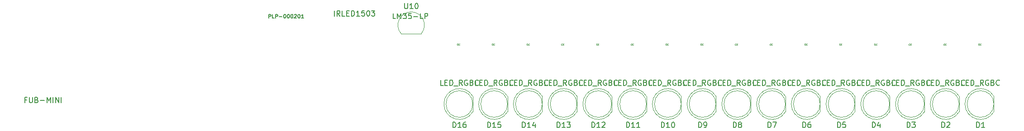
<source format=gbr>
G04 #@! TF.GenerationSoftware,KiCad,Pcbnew,(5.1.12)-1*
G04 #@! TF.CreationDate,2022-05-10T22:26:18-07:00*
G04 #@! TF.ProjectId,Spring2022,53707269-6e67-4323-9032-322e6b696361,rev?*
G04 #@! TF.SameCoordinates,PX3a2c940PY3fe56c0*
G04 #@! TF.FileFunction,AssemblyDrawing,Top*
%FSLAX46Y46*%
G04 Gerber Fmt 4.6, Leading zero omitted, Abs format (unit mm)*
G04 Created by KiCad (PCBNEW (5.1.12)-1) date 2022-05-10 22:26:18*
%MOMM*%
%LPD*%
G01*
G04 APERTURE LIST*
%ADD10C,0.100000*%
%ADD11C,0.150000*%
%ADD12C,0.125000*%
G04 APERTURE END LIST*
D10*
G04 #@! TO.C,U10*
X93016000Y32144000D02*
X96766000Y32144000D01*
X93013182Y32141615D02*
G75*
G02*
X94906000Y36224000I1892818J1602385D01*
G01*
X96807103Y32151453D02*
G75*
G03*
X94906000Y36224000I-1901103J1592547D01*
G01*
G04 #@! TO.C,D16*
X106425000Y18900000D02*
G75*
G03*
X106425000Y18900000I-2500000J0D01*
G01*
X106425000Y17430306D02*
X106425000Y20369694D01*
X106425016Y20369666D02*
G75*
G03*
X106425000Y17430306I-2500016J-1469666D01*
G01*
G04 #@! TO.C,D15*
X112925000Y18900000D02*
G75*
G03*
X112925000Y18900000I-2500000J0D01*
G01*
X112925000Y17430306D02*
X112925000Y20369694D01*
X112925016Y20369666D02*
G75*
G03*
X112925000Y17430306I-2500016J-1469666D01*
G01*
G04 #@! TO.C,D14*
X119425000Y18900000D02*
G75*
G03*
X119425000Y18900000I-2500000J0D01*
G01*
X119425000Y17430306D02*
X119425000Y20369694D01*
X119425016Y20369666D02*
G75*
G03*
X119425000Y17430306I-2500016J-1469666D01*
G01*
G04 #@! TO.C,D13*
X125925000Y18900000D02*
G75*
G03*
X125925000Y18900000I-2500000J0D01*
G01*
X125925000Y17430306D02*
X125925000Y20369694D01*
X125925016Y20369666D02*
G75*
G03*
X125925000Y17430306I-2500016J-1469666D01*
G01*
G04 #@! TO.C,D12*
X132425000Y18900000D02*
G75*
G03*
X132425000Y18900000I-2500000J0D01*
G01*
X132425000Y17430306D02*
X132425000Y20369694D01*
X132425016Y20369666D02*
G75*
G03*
X132425000Y17430306I-2500016J-1469666D01*
G01*
G04 #@! TO.C,D11*
X138925000Y18900000D02*
G75*
G03*
X138925000Y18900000I-2500000J0D01*
G01*
X138925000Y17430306D02*
X138925000Y20369694D01*
X138925016Y20369666D02*
G75*
G03*
X138925000Y17430306I-2500016J-1469666D01*
G01*
G04 #@! TO.C,D10*
X145425000Y18900000D02*
G75*
G03*
X145425000Y18900000I-2500000J0D01*
G01*
X145425000Y17430306D02*
X145425000Y20369694D01*
X145425016Y20369666D02*
G75*
G03*
X145425000Y17430306I-2500016J-1469666D01*
G01*
G04 #@! TO.C,D9*
X151925000Y18900000D02*
G75*
G03*
X151925000Y18900000I-2500000J0D01*
G01*
X151925000Y17430306D02*
X151925000Y20369694D01*
X151925016Y20369666D02*
G75*
G03*
X151925000Y17430306I-2500016J-1469666D01*
G01*
G04 #@! TO.C,D8*
X158425000Y18900000D02*
G75*
G03*
X158425000Y18900000I-2500000J0D01*
G01*
X158425000Y17430306D02*
X158425000Y20369694D01*
X158425016Y20369666D02*
G75*
G03*
X158425000Y17430306I-2500016J-1469666D01*
G01*
G04 #@! TO.C,D7*
X164925000Y18900000D02*
G75*
G03*
X164925000Y18900000I-2500000J0D01*
G01*
X164925000Y17430306D02*
X164925000Y20369694D01*
X164925016Y20369666D02*
G75*
G03*
X164925000Y17430306I-2500016J-1469666D01*
G01*
G04 #@! TO.C,D6*
X171425000Y18900000D02*
G75*
G03*
X171425000Y18900000I-2500000J0D01*
G01*
X171425000Y17430306D02*
X171425000Y20369694D01*
X171425016Y20369666D02*
G75*
G03*
X171425000Y17430306I-2500016J-1469666D01*
G01*
G04 #@! TO.C,D5*
X177925000Y18900000D02*
G75*
G03*
X177925000Y18900000I-2500000J0D01*
G01*
X177925000Y17430306D02*
X177925000Y20369694D01*
X177925016Y20369666D02*
G75*
G03*
X177925000Y17430306I-2500016J-1469666D01*
G01*
G04 #@! TO.C,D4*
X184425000Y18900000D02*
G75*
G03*
X184425000Y18900000I-2500000J0D01*
G01*
X184425000Y17430306D02*
X184425000Y20369694D01*
X184425016Y20369666D02*
G75*
G03*
X184425000Y17430306I-2500016J-1469666D01*
G01*
G04 #@! TO.C,D3*
X190925000Y18900000D02*
G75*
G03*
X190925000Y18900000I-2500000J0D01*
G01*
X190925000Y17430306D02*
X190925000Y20369694D01*
X190925016Y20369666D02*
G75*
G03*
X190925000Y17430306I-2500016J-1469666D01*
G01*
G04 #@! TO.C,D2*
X197425000Y18900000D02*
G75*
G03*
X197425000Y18900000I-2500000J0D01*
G01*
X197425000Y17430306D02*
X197425000Y20369694D01*
X197425016Y20369666D02*
G75*
G03*
X197425000Y17430306I-2500016J-1469666D01*
G01*
G04 #@! TO.C,D1*
X203925000Y18900000D02*
G75*
G03*
X203925000Y18900000I-2500000J0D01*
G01*
X203925000Y17430306D02*
X203925000Y20369694D01*
X203925016Y20369666D02*
G75*
G03*
X203925000Y17430306I-2500016J-1469666D01*
G01*
G04 #@! TD*
G04 #@! TO.C,U10*
D11*
X92007904Y34961620D02*
X91531714Y34961620D01*
X91531714Y35961620D01*
X92341238Y34961620D02*
X92341238Y35961620D01*
X92674571Y35247334D01*
X93007904Y35961620D01*
X93007904Y34961620D01*
X93388857Y35961620D02*
X94007904Y35961620D01*
X93674571Y35580667D01*
X93817428Y35580667D01*
X93912666Y35533048D01*
X93960285Y35485429D01*
X94007904Y35390191D01*
X94007904Y35152096D01*
X93960285Y35056858D01*
X93912666Y35009239D01*
X93817428Y34961620D01*
X93531714Y34961620D01*
X93436476Y35009239D01*
X93388857Y35056858D01*
X94912666Y35961620D02*
X94436476Y35961620D01*
X94388857Y35485429D01*
X94436476Y35533048D01*
X94531714Y35580667D01*
X94769809Y35580667D01*
X94865047Y35533048D01*
X94912666Y35485429D01*
X94960285Y35390191D01*
X94960285Y35152096D01*
X94912666Y35056858D01*
X94865047Y35009239D01*
X94769809Y34961620D01*
X94531714Y34961620D01*
X94436476Y35009239D01*
X94388857Y35056858D01*
X95388857Y35342572D02*
X96150761Y35342572D01*
X97103142Y34961620D02*
X96626952Y34961620D01*
X96626952Y35961620D01*
X97436476Y34961620D02*
X97436476Y35961620D01*
X97817428Y35961620D01*
X97912666Y35914000D01*
X97960285Y35866381D01*
X98007904Y35771143D01*
X98007904Y35628286D01*
X97960285Y35533048D01*
X97912666Y35485429D01*
X97817428Y35437810D01*
X97436476Y35437810D01*
X93664084Y37845080D02*
X93664084Y37035556D01*
X93711703Y36940318D01*
X93759322Y36892699D01*
X93854560Y36845080D01*
X94045037Y36845080D01*
X94140275Y36892699D01*
X94187894Y36940318D01*
X94235513Y37035556D01*
X94235513Y37845080D01*
X95235513Y36845080D02*
X94664084Y36845080D01*
X94949799Y36845080D02*
X94949799Y37845080D01*
X94854560Y37702222D01*
X94759322Y37606984D01*
X94664084Y37559365D01*
X95854560Y37845080D02*
X95949799Y37845080D01*
X96045037Y37797460D01*
X96092656Y37749841D01*
X96140275Y37654603D01*
X96187894Y37464127D01*
X96187894Y37226032D01*
X96140275Y37035556D01*
X96092656Y36940318D01*
X96045037Y36892699D01*
X95949799Y36845080D01*
X95854560Y36845080D01*
X95759322Y36892699D01*
X95711703Y36940318D01*
X95664084Y37035556D01*
X95616465Y37226032D01*
X95616465Y37464127D01*
X95664084Y37654603D01*
X95711703Y37749841D01*
X95759322Y37797460D01*
X95854560Y37845080D01*
G04 #@! TO.C,U8*
X68250000Y35069334D02*
X68250000Y35769334D01*
X68516666Y35769334D01*
X68583333Y35736000D01*
X68616666Y35702667D01*
X68650000Y35636000D01*
X68650000Y35536000D01*
X68616666Y35469334D01*
X68583333Y35436000D01*
X68516666Y35402667D01*
X68250000Y35402667D01*
X69283333Y35069334D02*
X68950000Y35069334D01*
X68950000Y35769334D01*
X69516666Y35069334D02*
X69516666Y35769334D01*
X69783333Y35769334D01*
X69850000Y35736000D01*
X69883333Y35702667D01*
X69916666Y35636000D01*
X69916666Y35536000D01*
X69883333Y35469334D01*
X69850000Y35436000D01*
X69783333Y35402667D01*
X69516666Y35402667D01*
X70216666Y35336000D02*
X70750000Y35336000D01*
X71216666Y35769334D02*
X71283333Y35769334D01*
X71350000Y35736000D01*
X71383333Y35702667D01*
X71416666Y35636000D01*
X71450000Y35502667D01*
X71450000Y35336000D01*
X71416666Y35202667D01*
X71383333Y35136000D01*
X71350000Y35102667D01*
X71283333Y35069334D01*
X71216666Y35069334D01*
X71150000Y35102667D01*
X71116666Y35136000D01*
X71083333Y35202667D01*
X71050000Y35336000D01*
X71050000Y35502667D01*
X71083333Y35636000D01*
X71116666Y35702667D01*
X71150000Y35736000D01*
X71216666Y35769334D01*
X71883333Y35769334D02*
X71950000Y35769334D01*
X72016666Y35736000D01*
X72050000Y35702667D01*
X72083333Y35636000D01*
X72116666Y35502667D01*
X72116666Y35336000D01*
X72083333Y35202667D01*
X72050000Y35136000D01*
X72016666Y35102667D01*
X71950000Y35069334D01*
X71883333Y35069334D01*
X71816666Y35102667D01*
X71783333Y35136000D01*
X71750000Y35202667D01*
X71716666Y35336000D01*
X71716666Y35502667D01*
X71750000Y35636000D01*
X71783333Y35702667D01*
X71816666Y35736000D01*
X71883333Y35769334D01*
X72550000Y35769334D02*
X72616666Y35769334D01*
X72683333Y35736000D01*
X72716666Y35702667D01*
X72750000Y35636000D01*
X72783333Y35502667D01*
X72783333Y35336000D01*
X72750000Y35202667D01*
X72716666Y35136000D01*
X72683333Y35102667D01*
X72616666Y35069334D01*
X72550000Y35069334D01*
X72483333Y35102667D01*
X72450000Y35136000D01*
X72416666Y35202667D01*
X72383333Y35336000D01*
X72383333Y35502667D01*
X72416666Y35636000D01*
X72450000Y35702667D01*
X72483333Y35736000D01*
X72550000Y35769334D01*
X73050000Y35702667D02*
X73083333Y35736000D01*
X73150000Y35769334D01*
X73316666Y35769334D01*
X73383333Y35736000D01*
X73416666Y35702667D01*
X73450000Y35636000D01*
X73450000Y35569334D01*
X73416666Y35469334D01*
X73016666Y35069334D01*
X73450000Y35069334D01*
X73883333Y35769334D02*
X73950000Y35769334D01*
X74016666Y35736000D01*
X74050000Y35702667D01*
X74083333Y35636000D01*
X74116666Y35502667D01*
X74116666Y35336000D01*
X74083333Y35202667D01*
X74050000Y35136000D01*
X74016666Y35102667D01*
X73950000Y35069334D01*
X73883333Y35069334D01*
X73816666Y35102667D01*
X73783333Y35136000D01*
X73750000Y35202667D01*
X73716666Y35336000D01*
X73716666Y35502667D01*
X73750000Y35636000D01*
X73783333Y35702667D01*
X73816666Y35736000D01*
X73883333Y35769334D01*
X74783333Y35069334D02*
X74383333Y35069334D01*
X74583333Y35069334D02*
X74583333Y35769334D01*
X74516666Y35669334D01*
X74450000Y35602667D01*
X74383333Y35569334D01*
G04 #@! TO.C,LED11*
X80538095Y35447620D02*
X80538095Y36447620D01*
X81585714Y35447620D02*
X81252380Y35923810D01*
X81014285Y35447620D02*
X81014285Y36447620D01*
X81395238Y36447620D01*
X81490476Y36400000D01*
X81538095Y36352381D01*
X81585714Y36257143D01*
X81585714Y36114286D01*
X81538095Y36019048D01*
X81490476Y35971429D01*
X81395238Y35923810D01*
X81014285Y35923810D01*
X82490476Y35447620D02*
X82014285Y35447620D01*
X82014285Y36447620D01*
X82823809Y35971429D02*
X83157142Y35971429D01*
X83300000Y35447620D02*
X82823809Y35447620D01*
X82823809Y36447620D01*
X83300000Y36447620D01*
X83728571Y35447620D02*
X83728571Y36447620D01*
X83966666Y36447620D01*
X84109523Y36400000D01*
X84204761Y36304762D01*
X84252380Y36209524D01*
X84300000Y36019048D01*
X84300000Y35876191D01*
X84252380Y35685715D01*
X84204761Y35590477D01*
X84109523Y35495239D01*
X83966666Y35447620D01*
X83728571Y35447620D01*
X85252380Y35447620D02*
X84680952Y35447620D01*
X84966666Y35447620D02*
X84966666Y36447620D01*
X84871428Y36304762D01*
X84776190Y36209524D01*
X84680952Y36161905D01*
X86157142Y36447620D02*
X85680952Y36447620D01*
X85633333Y35971429D01*
X85680952Y36019048D01*
X85776190Y36066667D01*
X86014285Y36066667D01*
X86109523Y36019048D01*
X86157142Y35971429D01*
X86204761Y35876191D01*
X86204761Y35638096D01*
X86157142Y35542858D01*
X86109523Y35495239D01*
X86014285Y35447620D01*
X85776190Y35447620D01*
X85680952Y35495239D01*
X85633333Y35542858D01*
X86823809Y36447620D02*
X86919047Y36447620D01*
X87014285Y36400000D01*
X87061904Y36352381D01*
X87109523Y36257143D01*
X87157142Y36066667D01*
X87157142Y35828572D01*
X87109523Y35638096D01*
X87061904Y35542858D01*
X87014285Y35495239D01*
X86919047Y35447620D01*
X86823809Y35447620D01*
X86728571Y35495239D01*
X86680952Y35542858D01*
X86633333Y35638096D01*
X86585714Y35828572D01*
X86585714Y36066667D01*
X86633333Y36257143D01*
X86680952Y36352381D01*
X86728571Y36400000D01*
X86823809Y36447620D01*
X87490476Y36447620D02*
X88109523Y36447620D01*
X87776190Y36066667D01*
X87919047Y36066667D01*
X88014285Y36019048D01*
X88061904Y35971429D01*
X88109523Y35876191D01*
X88109523Y35638096D01*
X88061904Y35542858D01*
X88014285Y35495239D01*
X87919047Y35447620D01*
X87633333Y35447620D01*
X87538095Y35495239D01*
X87490476Y35542858D01*
G04 #@! TO.C,R16*
D12*
X103985390Y30290762D02*
X103747295Y30124096D01*
X103985390Y30005048D02*
X103485390Y30005048D01*
X103485390Y30195524D01*
X103509200Y30243143D01*
X103533009Y30266953D01*
X103580628Y30290762D01*
X103652057Y30290762D01*
X103699676Y30266953D01*
X103723485Y30243143D01*
X103747295Y30195524D01*
X103747295Y30005048D01*
G04 #@! TO.C,R15*
X110513190Y30290762D02*
X110275095Y30124096D01*
X110513190Y30005048D02*
X110013190Y30005048D01*
X110013190Y30195524D01*
X110037000Y30243143D01*
X110060809Y30266953D01*
X110108428Y30290762D01*
X110179857Y30290762D01*
X110227476Y30266953D01*
X110251285Y30243143D01*
X110275095Y30195524D01*
X110275095Y30005048D01*
G04 #@! TO.C,R14*
X116990190Y30290762D02*
X116752095Y30124096D01*
X116990190Y30005048D02*
X116490190Y30005048D01*
X116490190Y30195524D01*
X116514000Y30243143D01*
X116537809Y30266953D01*
X116585428Y30290762D01*
X116656857Y30290762D01*
X116704476Y30266953D01*
X116728285Y30243143D01*
X116752095Y30195524D01*
X116752095Y30005048D01*
G04 #@! TO.C,R13*
X123492590Y30290762D02*
X123254495Y30124096D01*
X123492590Y30005048D02*
X122992590Y30005048D01*
X122992590Y30195524D01*
X123016400Y30243143D01*
X123040209Y30266953D01*
X123087828Y30290762D01*
X123159257Y30290762D01*
X123206876Y30266953D01*
X123230685Y30243143D01*
X123254495Y30195524D01*
X123254495Y30005048D01*
G04 #@! TO.C,R12*
X130020390Y30290762D02*
X129782295Y30124096D01*
X130020390Y30005048D02*
X129520390Y30005048D01*
X129520390Y30195524D01*
X129544200Y30243143D01*
X129568009Y30266953D01*
X129615628Y30290762D01*
X129687057Y30290762D01*
X129734676Y30266953D01*
X129758485Y30243143D01*
X129782295Y30195524D01*
X129782295Y30005048D01*
G04 #@! TO.C,R11*
X136522790Y30290762D02*
X136284695Y30124096D01*
X136522790Y30005048D02*
X136022790Y30005048D01*
X136022790Y30195524D01*
X136046600Y30243143D01*
X136070409Y30266953D01*
X136118028Y30290762D01*
X136189457Y30290762D01*
X136237076Y30266953D01*
X136260885Y30243143D01*
X136284695Y30195524D01*
X136284695Y30005048D01*
G04 #@! TO.C,R10*
X143025190Y30290762D02*
X142787095Y30124096D01*
X143025190Y30005048D02*
X142525190Y30005048D01*
X142525190Y30195524D01*
X142549000Y30243143D01*
X142572809Y30266953D01*
X142620428Y30290762D01*
X142691857Y30290762D01*
X142739476Y30266953D01*
X142763285Y30243143D01*
X142787095Y30195524D01*
X142787095Y30005048D01*
G04 #@! TO.C,R9*
X149527590Y30290762D02*
X149289495Y30124096D01*
X149527590Y30005048D02*
X149027590Y30005048D01*
X149027590Y30195524D01*
X149051400Y30243143D01*
X149075209Y30266953D01*
X149122828Y30290762D01*
X149194257Y30290762D01*
X149241876Y30266953D01*
X149265685Y30243143D01*
X149289495Y30195524D01*
X149289495Y30005048D01*
G04 #@! TO.C,R8*
X156004590Y30290762D02*
X155766495Y30124096D01*
X156004590Y30005048D02*
X155504590Y30005048D01*
X155504590Y30195524D01*
X155528400Y30243143D01*
X155552209Y30266953D01*
X155599828Y30290762D01*
X155671257Y30290762D01*
X155718876Y30266953D01*
X155742685Y30243143D01*
X155766495Y30195524D01*
X155766495Y30005048D01*
G04 #@! TO.C,R7*
X162506990Y30290762D02*
X162268895Y30124096D01*
X162506990Y30005048D02*
X162006990Y30005048D01*
X162006990Y30195524D01*
X162030800Y30243143D01*
X162054609Y30266953D01*
X162102228Y30290762D01*
X162173657Y30290762D01*
X162221276Y30266953D01*
X162245085Y30243143D01*
X162268895Y30195524D01*
X162268895Y30005048D01*
G04 #@! TO.C,R6*
X169009390Y30290762D02*
X168771295Y30124096D01*
X169009390Y30005048D02*
X168509390Y30005048D01*
X168509390Y30195524D01*
X168533200Y30243143D01*
X168557009Y30266953D01*
X168604628Y30290762D01*
X168676057Y30290762D01*
X168723676Y30266953D01*
X168747485Y30243143D01*
X168771295Y30195524D01*
X168771295Y30005048D01*
G04 #@! TO.C,R5*
X175486390Y30290762D02*
X175248295Y30124096D01*
X175486390Y30005048D02*
X174986390Y30005048D01*
X174986390Y30195524D01*
X175010200Y30243143D01*
X175034009Y30266953D01*
X175081628Y30290762D01*
X175153057Y30290762D01*
X175200676Y30266953D01*
X175224485Y30243143D01*
X175248295Y30195524D01*
X175248295Y30005048D01*
G04 #@! TO.C,R4*
X182014190Y30290762D02*
X181776095Y30124096D01*
X182014190Y30005048D02*
X181514190Y30005048D01*
X181514190Y30195524D01*
X181538000Y30243143D01*
X181561809Y30266953D01*
X181609428Y30290762D01*
X181680857Y30290762D01*
X181728476Y30266953D01*
X181752285Y30243143D01*
X181776095Y30195524D01*
X181776095Y30005048D01*
G04 #@! TO.C,R3*
X188516590Y30290762D02*
X188278495Y30124096D01*
X188516590Y30005048D02*
X188016590Y30005048D01*
X188016590Y30195524D01*
X188040400Y30243143D01*
X188064209Y30266953D01*
X188111828Y30290762D01*
X188183257Y30290762D01*
X188230876Y30266953D01*
X188254685Y30243143D01*
X188278495Y30195524D01*
X188278495Y30005048D01*
G04 #@! TO.C,R2*
X195018990Y30290762D02*
X194780895Y30124096D01*
X195018990Y30005048D02*
X194518990Y30005048D01*
X194518990Y30195524D01*
X194542800Y30243143D01*
X194566609Y30266953D01*
X194614228Y30290762D01*
X194685657Y30290762D01*
X194733276Y30266953D01*
X194757085Y30243143D01*
X194780895Y30195524D01*
X194780895Y30005048D01*
G04 #@! TO.C,R1*
X201521390Y30290762D02*
X201283295Y30124096D01*
X201521390Y30005048D02*
X201021390Y30005048D01*
X201021390Y30195524D01*
X201045200Y30243143D01*
X201069009Y30266953D01*
X201116628Y30290762D01*
X201188057Y30290762D01*
X201235676Y30266953D01*
X201259485Y30243143D01*
X201283295Y30195524D01*
X201283295Y30005048D01*
G04 #@! TO.C,U1*
D11*
X22940571Y19701429D02*
X22607238Y19701429D01*
X22607238Y19177620D02*
X22607238Y20177620D01*
X23083428Y20177620D01*
X23464380Y20177620D02*
X23464380Y19368096D01*
X23512000Y19272858D01*
X23559619Y19225239D01*
X23654857Y19177620D01*
X23845333Y19177620D01*
X23940571Y19225239D01*
X23988190Y19272858D01*
X24035809Y19368096D01*
X24035809Y20177620D01*
X24845333Y19701429D02*
X24988190Y19653810D01*
X25035809Y19606191D01*
X25083428Y19510953D01*
X25083428Y19368096D01*
X25035809Y19272858D01*
X24988190Y19225239D01*
X24892952Y19177620D01*
X24512000Y19177620D01*
X24512000Y20177620D01*
X24845333Y20177620D01*
X24940571Y20130000D01*
X24988190Y20082381D01*
X25035809Y19987143D01*
X25035809Y19891905D01*
X24988190Y19796667D01*
X24940571Y19749048D01*
X24845333Y19701429D01*
X24512000Y19701429D01*
X25512000Y19558572D02*
X26273904Y19558572D01*
X26750095Y19177620D02*
X26750095Y20177620D01*
X27083428Y19463334D01*
X27416761Y20177620D01*
X27416761Y19177620D01*
X27892952Y19177620D02*
X27892952Y20177620D01*
X28369142Y19177620D02*
X28369142Y20177620D01*
X28940571Y19177620D01*
X28940571Y20177620D01*
X29416761Y19177620D02*
X29416761Y20177620D01*
G04 #@! TO.C,D16*
X100901190Y22407620D02*
X100425000Y22407620D01*
X100425000Y23407620D01*
X101234523Y22931429D02*
X101567857Y22931429D01*
X101710714Y22407620D02*
X101234523Y22407620D01*
X101234523Y23407620D01*
X101710714Y23407620D01*
X102139285Y22407620D02*
X102139285Y23407620D01*
X102377380Y23407620D01*
X102520238Y23360000D01*
X102615476Y23264762D01*
X102663095Y23169524D01*
X102710714Y22979048D01*
X102710714Y22836191D01*
X102663095Y22645715D01*
X102615476Y22550477D01*
X102520238Y22455239D01*
X102377380Y22407620D01*
X102139285Y22407620D01*
X102901190Y22312381D02*
X103663095Y22312381D01*
X104472619Y22407620D02*
X104139285Y22883810D01*
X103901190Y22407620D02*
X103901190Y23407620D01*
X104282142Y23407620D01*
X104377380Y23360000D01*
X104425000Y23312381D01*
X104472619Y23217143D01*
X104472619Y23074286D01*
X104425000Y22979048D01*
X104377380Y22931429D01*
X104282142Y22883810D01*
X103901190Y22883810D01*
X105425000Y23360000D02*
X105329761Y23407620D01*
X105186904Y23407620D01*
X105044047Y23360000D01*
X104948809Y23264762D01*
X104901190Y23169524D01*
X104853571Y22979048D01*
X104853571Y22836191D01*
X104901190Y22645715D01*
X104948809Y22550477D01*
X105044047Y22455239D01*
X105186904Y22407620D01*
X105282142Y22407620D01*
X105425000Y22455239D01*
X105472619Y22502858D01*
X105472619Y22836191D01*
X105282142Y22836191D01*
X106234523Y22931429D02*
X106377380Y22883810D01*
X106425000Y22836191D01*
X106472619Y22740953D01*
X106472619Y22598096D01*
X106425000Y22502858D01*
X106377380Y22455239D01*
X106282142Y22407620D01*
X105901190Y22407620D01*
X105901190Y23407620D01*
X106234523Y23407620D01*
X106329761Y23360000D01*
X106377380Y23312381D01*
X106425000Y23217143D01*
X106425000Y23121905D01*
X106377380Y23026667D01*
X106329761Y22979048D01*
X106234523Y22931429D01*
X105901190Y22931429D01*
X107472619Y22502858D02*
X107425000Y22455239D01*
X107282142Y22407620D01*
X107186904Y22407620D01*
X107044047Y22455239D01*
X106948809Y22550477D01*
X106901190Y22645715D01*
X106853571Y22836191D01*
X106853571Y22979048D01*
X106901190Y23169524D01*
X106948809Y23264762D01*
X107044047Y23360000D01*
X107186904Y23407620D01*
X107282142Y23407620D01*
X107425000Y23360000D01*
X107472619Y23312381D01*
X102710714Y14487620D02*
X102710714Y15487620D01*
X102948809Y15487620D01*
X103091666Y15440000D01*
X103186904Y15344762D01*
X103234523Y15249524D01*
X103282142Y15059048D01*
X103282142Y14916191D01*
X103234523Y14725715D01*
X103186904Y14630477D01*
X103091666Y14535239D01*
X102948809Y14487620D01*
X102710714Y14487620D01*
X104234523Y14487620D02*
X103663095Y14487620D01*
X103948809Y14487620D02*
X103948809Y15487620D01*
X103853571Y15344762D01*
X103758333Y15249524D01*
X103663095Y15201905D01*
X105091666Y15487620D02*
X104901190Y15487620D01*
X104805952Y15440000D01*
X104758333Y15392381D01*
X104663095Y15249524D01*
X104615476Y15059048D01*
X104615476Y14678096D01*
X104663095Y14582858D01*
X104710714Y14535239D01*
X104805952Y14487620D01*
X104996428Y14487620D01*
X105091666Y14535239D01*
X105139285Y14582858D01*
X105186904Y14678096D01*
X105186904Y14916191D01*
X105139285Y15011429D01*
X105091666Y15059048D01*
X104996428Y15106667D01*
X104805952Y15106667D01*
X104710714Y15059048D01*
X104663095Y15011429D01*
X104615476Y14916191D01*
G04 #@! TO.C,D15*
X107401190Y22407620D02*
X106925000Y22407620D01*
X106925000Y23407620D01*
X107734523Y22931429D02*
X108067857Y22931429D01*
X108210714Y22407620D02*
X107734523Y22407620D01*
X107734523Y23407620D01*
X108210714Y23407620D01*
X108639285Y22407620D02*
X108639285Y23407620D01*
X108877380Y23407620D01*
X109020238Y23360000D01*
X109115476Y23264762D01*
X109163095Y23169524D01*
X109210714Y22979048D01*
X109210714Y22836191D01*
X109163095Y22645715D01*
X109115476Y22550477D01*
X109020238Y22455239D01*
X108877380Y22407620D01*
X108639285Y22407620D01*
X109401190Y22312381D02*
X110163095Y22312381D01*
X110972619Y22407620D02*
X110639285Y22883810D01*
X110401190Y22407620D02*
X110401190Y23407620D01*
X110782142Y23407620D01*
X110877380Y23360000D01*
X110925000Y23312381D01*
X110972619Y23217143D01*
X110972619Y23074286D01*
X110925000Y22979048D01*
X110877380Y22931429D01*
X110782142Y22883810D01*
X110401190Y22883810D01*
X111925000Y23360000D02*
X111829761Y23407620D01*
X111686904Y23407620D01*
X111544047Y23360000D01*
X111448809Y23264762D01*
X111401190Y23169524D01*
X111353571Y22979048D01*
X111353571Y22836191D01*
X111401190Y22645715D01*
X111448809Y22550477D01*
X111544047Y22455239D01*
X111686904Y22407620D01*
X111782142Y22407620D01*
X111925000Y22455239D01*
X111972619Y22502858D01*
X111972619Y22836191D01*
X111782142Y22836191D01*
X112734523Y22931429D02*
X112877380Y22883810D01*
X112925000Y22836191D01*
X112972619Y22740953D01*
X112972619Y22598096D01*
X112925000Y22502858D01*
X112877380Y22455239D01*
X112782142Y22407620D01*
X112401190Y22407620D01*
X112401190Y23407620D01*
X112734523Y23407620D01*
X112829761Y23360000D01*
X112877380Y23312381D01*
X112925000Y23217143D01*
X112925000Y23121905D01*
X112877380Y23026667D01*
X112829761Y22979048D01*
X112734523Y22931429D01*
X112401190Y22931429D01*
X113972619Y22502858D02*
X113925000Y22455239D01*
X113782142Y22407620D01*
X113686904Y22407620D01*
X113544047Y22455239D01*
X113448809Y22550477D01*
X113401190Y22645715D01*
X113353571Y22836191D01*
X113353571Y22979048D01*
X113401190Y23169524D01*
X113448809Y23264762D01*
X113544047Y23360000D01*
X113686904Y23407620D01*
X113782142Y23407620D01*
X113925000Y23360000D01*
X113972619Y23312381D01*
X109210714Y14487620D02*
X109210714Y15487620D01*
X109448809Y15487620D01*
X109591666Y15440000D01*
X109686904Y15344762D01*
X109734523Y15249524D01*
X109782142Y15059048D01*
X109782142Y14916191D01*
X109734523Y14725715D01*
X109686904Y14630477D01*
X109591666Y14535239D01*
X109448809Y14487620D01*
X109210714Y14487620D01*
X110734523Y14487620D02*
X110163095Y14487620D01*
X110448809Y14487620D02*
X110448809Y15487620D01*
X110353571Y15344762D01*
X110258333Y15249524D01*
X110163095Y15201905D01*
X111639285Y15487620D02*
X111163095Y15487620D01*
X111115476Y15011429D01*
X111163095Y15059048D01*
X111258333Y15106667D01*
X111496428Y15106667D01*
X111591666Y15059048D01*
X111639285Y15011429D01*
X111686904Y14916191D01*
X111686904Y14678096D01*
X111639285Y14582858D01*
X111591666Y14535239D01*
X111496428Y14487620D01*
X111258333Y14487620D01*
X111163095Y14535239D01*
X111115476Y14582858D01*
G04 #@! TO.C,D14*
X113901190Y22407620D02*
X113425000Y22407620D01*
X113425000Y23407620D01*
X114234523Y22931429D02*
X114567857Y22931429D01*
X114710714Y22407620D02*
X114234523Y22407620D01*
X114234523Y23407620D01*
X114710714Y23407620D01*
X115139285Y22407620D02*
X115139285Y23407620D01*
X115377380Y23407620D01*
X115520238Y23360000D01*
X115615476Y23264762D01*
X115663095Y23169524D01*
X115710714Y22979048D01*
X115710714Y22836191D01*
X115663095Y22645715D01*
X115615476Y22550477D01*
X115520238Y22455239D01*
X115377380Y22407620D01*
X115139285Y22407620D01*
X115901190Y22312381D02*
X116663095Y22312381D01*
X117472619Y22407620D02*
X117139285Y22883810D01*
X116901190Y22407620D02*
X116901190Y23407620D01*
X117282142Y23407620D01*
X117377380Y23360000D01*
X117425000Y23312381D01*
X117472619Y23217143D01*
X117472619Y23074286D01*
X117425000Y22979048D01*
X117377380Y22931429D01*
X117282142Y22883810D01*
X116901190Y22883810D01*
X118425000Y23360000D02*
X118329761Y23407620D01*
X118186904Y23407620D01*
X118044047Y23360000D01*
X117948809Y23264762D01*
X117901190Y23169524D01*
X117853571Y22979048D01*
X117853571Y22836191D01*
X117901190Y22645715D01*
X117948809Y22550477D01*
X118044047Y22455239D01*
X118186904Y22407620D01*
X118282142Y22407620D01*
X118425000Y22455239D01*
X118472619Y22502858D01*
X118472619Y22836191D01*
X118282142Y22836191D01*
X119234523Y22931429D02*
X119377380Y22883810D01*
X119425000Y22836191D01*
X119472619Y22740953D01*
X119472619Y22598096D01*
X119425000Y22502858D01*
X119377380Y22455239D01*
X119282142Y22407620D01*
X118901190Y22407620D01*
X118901190Y23407620D01*
X119234523Y23407620D01*
X119329761Y23360000D01*
X119377380Y23312381D01*
X119425000Y23217143D01*
X119425000Y23121905D01*
X119377380Y23026667D01*
X119329761Y22979048D01*
X119234523Y22931429D01*
X118901190Y22931429D01*
X120472619Y22502858D02*
X120425000Y22455239D01*
X120282142Y22407620D01*
X120186904Y22407620D01*
X120044047Y22455239D01*
X119948809Y22550477D01*
X119901190Y22645715D01*
X119853571Y22836191D01*
X119853571Y22979048D01*
X119901190Y23169524D01*
X119948809Y23264762D01*
X120044047Y23360000D01*
X120186904Y23407620D01*
X120282142Y23407620D01*
X120425000Y23360000D01*
X120472619Y23312381D01*
X115710714Y14487620D02*
X115710714Y15487620D01*
X115948809Y15487620D01*
X116091666Y15440000D01*
X116186904Y15344762D01*
X116234523Y15249524D01*
X116282142Y15059048D01*
X116282142Y14916191D01*
X116234523Y14725715D01*
X116186904Y14630477D01*
X116091666Y14535239D01*
X115948809Y14487620D01*
X115710714Y14487620D01*
X117234523Y14487620D02*
X116663095Y14487620D01*
X116948809Y14487620D02*
X116948809Y15487620D01*
X116853571Y15344762D01*
X116758333Y15249524D01*
X116663095Y15201905D01*
X118091666Y15154286D02*
X118091666Y14487620D01*
X117853571Y15535239D02*
X117615476Y14820953D01*
X118234523Y14820953D01*
G04 #@! TO.C,D13*
X120401190Y22407620D02*
X119925000Y22407620D01*
X119925000Y23407620D01*
X120734523Y22931429D02*
X121067857Y22931429D01*
X121210714Y22407620D02*
X120734523Y22407620D01*
X120734523Y23407620D01*
X121210714Y23407620D01*
X121639285Y22407620D02*
X121639285Y23407620D01*
X121877380Y23407620D01*
X122020238Y23360000D01*
X122115476Y23264762D01*
X122163095Y23169524D01*
X122210714Y22979048D01*
X122210714Y22836191D01*
X122163095Y22645715D01*
X122115476Y22550477D01*
X122020238Y22455239D01*
X121877380Y22407620D01*
X121639285Y22407620D01*
X122401190Y22312381D02*
X123163095Y22312381D01*
X123972619Y22407620D02*
X123639285Y22883810D01*
X123401190Y22407620D02*
X123401190Y23407620D01*
X123782142Y23407620D01*
X123877380Y23360000D01*
X123925000Y23312381D01*
X123972619Y23217143D01*
X123972619Y23074286D01*
X123925000Y22979048D01*
X123877380Y22931429D01*
X123782142Y22883810D01*
X123401190Y22883810D01*
X124925000Y23360000D02*
X124829761Y23407620D01*
X124686904Y23407620D01*
X124544047Y23360000D01*
X124448809Y23264762D01*
X124401190Y23169524D01*
X124353571Y22979048D01*
X124353571Y22836191D01*
X124401190Y22645715D01*
X124448809Y22550477D01*
X124544047Y22455239D01*
X124686904Y22407620D01*
X124782142Y22407620D01*
X124925000Y22455239D01*
X124972619Y22502858D01*
X124972619Y22836191D01*
X124782142Y22836191D01*
X125734523Y22931429D02*
X125877380Y22883810D01*
X125925000Y22836191D01*
X125972619Y22740953D01*
X125972619Y22598096D01*
X125925000Y22502858D01*
X125877380Y22455239D01*
X125782142Y22407620D01*
X125401190Y22407620D01*
X125401190Y23407620D01*
X125734523Y23407620D01*
X125829761Y23360000D01*
X125877380Y23312381D01*
X125925000Y23217143D01*
X125925000Y23121905D01*
X125877380Y23026667D01*
X125829761Y22979048D01*
X125734523Y22931429D01*
X125401190Y22931429D01*
X126972619Y22502858D02*
X126925000Y22455239D01*
X126782142Y22407620D01*
X126686904Y22407620D01*
X126544047Y22455239D01*
X126448809Y22550477D01*
X126401190Y22645715D01*
X126353571Y22836191D01*
X126353571Y22979048D01*
X126401190Y23169524D01*
X126448809Y23264762D01*
X126544047Y23360000D01*
X126686904Y23407620D01*
X126782142Y23407620D01*
X126925000Y23360000D01*
X126972619Y23312381D01*
X122210714Y14487620D02*
X122210714Y15487620D01*
X122448809Y15487620D01*
X122591666Y15440000D01*
X122686904Y15344762D01*
X122734523Y15249524D01*
X122782142Y15059048D01*
X122782142Y14916191D01*
X122734523Y14725715D01*
X122686904Y14630477D01*
X122591666Y14535239D01*
X122448809Y14487620D01*
X122210714Y14487620D01*
X123734523Y14487620D02*
X123163095Y14487620D01*
X123448809Y14487620D02*
X123448809Y15487620D01*
X123353571Y15344762D01*
X123258333Y15249524D01*
X123163095Y15201905D01*
X124067857Y15487620D02*
X124686904Y15487620D01*
X124353571Y15106667D01*
X124496428Y15106667D01*
X124591666Y15059048D01*
X124639285Y15011429D01*
X124686904Y14916191D01*
X124686904Y14678096D01*
X124639285Y14582858D01*
X124591666Y14535239D01*
X124496428Y14487620D01*
X124210714Y14487620D01*
X124115476Y14535239D01*
X124067857Y14582858D01*
G04 #@! TO.C,D12*
X126901190Y22407620D02*
X126425000Y22407620D01*
X126425000Y23407620D01*
X127234523Y22931429D02*
X127567857Y22931429D01*
X127710714Y22407620D02*
X127234523Y22407620D01*
X127234523Y23407620D01*
X127710714Y23407620D01*
X128139285Y22407620D02*
X128139285Y23407620D01*
X128377380Y23407620D01*
X128520238Y23360000D01*
X128615476Y23264762D01*
X128663095Y23169524D01*
X128710714Y22979048D01*
X128710714Y22836191D01*
X128663095Y22645715D01*
X128615476Y22550477D01*
X128520238Y22455239D01*
X128377380Y22407620D01*
X128139285Y22407620D01*
X128901190Y22312381D02*
X129663095Y22312381D01*
X130472619Y22407620D02*
X130139285Y22883810D01*
X129901190Y22407620D02*
X129901190Y23407620D01*
X130282142Y23407620D01*
X130377380Y23360000D01*
X130425000Y23312381D01*
X130472619Y23217143D01*
X130472619Y23074286D01*
X130425000Y22979048D01*
X130377380Y22931429D01*
X130282142Y22883810D01*
X129901190Y22883810D01*
X131425000Y23360000D02*
X131329761Y23407620D01*
X131186904Y23407620D01*
X131044047Y23360000D01*
X130948809Y23264762D01*
X130901190Y23169524D01*
X130853571Y22979048D01*
X130853571Y22836191D01*
X130901190Y22645715D01*
X130948809Y22550477D01*
X131044047Y22455239D01*
X131186904Y22407620D01*
X131282142Y22407620D01*
X131425000Y22455239D01*
X131472619Y22502858D01*
X131472619Y22836191D01*
X131282142Y22836191D01*
X132234523Y22931429D02*
X132377380Y22883810D01*
X132425000Y22836191D01*
X132472619Y22740953D01*
X132472619Y22598096D01*
X132425000Y22502858D01*
X132377380Y22455239D01*
X132282142Y22407620D01*
X131901190Y22407620D01*
X131901190Y23407620D01*
X132234523Y23407620D01*
X132329761Y23360000D01*
X132377380Y23312381D01*
X132425000Y23217143D01*
X132425000Y23121905D01*
X132377380Y23026667D01*
X132329761Y22979048D01*
X132234523Y22931429D01*
X131901190Y22931429D01*
X133472619Y22502858D02*
X133425000Y22455239D01*
X133282142Y22407620D01*
X133186904Y22407620D01*
X133044047Y22455239D01*
X132948809Y22550477D01*
X132901190Y22645715D01*
X132853571Y22836191D01*
X132853571Y22979048D01*
X132901190Y23169524D01*
X132948809Y23264762D01*
X133044047Y23360000D01*
X133186904Y23407620D01*
X133282142Y23407620D01*
X133425000Y23360000D01*
X133472619Y23312381D01*
X128710714Y14487620D02*
X128710714Y15487620D01*
X128948809Y15487620D01*
X129091666Y15440000D01*
X129186904Y15344762D01*
X129234523Y15249524D01*
X129282142Y15059048D01*
X129282142Y14916191D01*
X129234523Y14725715D01*
X129186904Y14630477D01*
X129091666Y14535239D01*
X128948809Y14487620D01*
X128710714Y14487620D01*
X130234523Y14487620D02*
X129663095Y14487620D01*
X129948809Y14487620D02*
X129948809Y15487620D01*
X129853571Y15344762D01*
X129758333Y15249524D01*
X129663095Y15201905D01*
X130615476Y15392381D02*
X130663095Y15440000D01*
X130758333Y15487620D01*
X130996428Y15487620D01*
X131091666Y15440000D01*
X131139285Y15392381D01*
X131186904Y15297143D01*
X131186904Y15201905D01*
X131139285Y15059048D01*
X130567857Y14487620D01*
X131186904Y14487620D01*
G04 #@! TO.C,D11*
X133401190Y22407620D02*
X132925000Y22407620D01*
X132925000Y23407620D01*
X133734523Y22931429D02*
X134067857Y22931429D01*
X134210714Y22407620D02*
X133734523Y22407620D01*
X133734523Y23407620D01*
X134210714Y23407620D01*
X134639285Y22407620D02*
X134639285Y23407620D01*
X134877380Y23407620D01*
X135020238Y23360000D01*
X135115476Y23264762D01*
X135163095Y23169524D01*
X135210714Y22979048D01*
X135210714Y22836191D01*
X135163095Y22645715D01*
X135115476Y22550477D01*
X135020238Y22455239D01*
X134877380Y22407620D01*
X134639285Y22407620D01*
X135401190Y22312381D02*
X136163095Y22312381D01*
X136972619Y22407620D02*
X136639285Y22883810D01*
X136401190Y22407620D02*
X136401190Y23407620D01*
X136782142Y23407620D01*
X136877380Y23360000D01*
X136925000Y23312381D01*
X136972619Y23217143D01*
X136972619Y23074286D01*
X136925000Y22979048D01*
X136877380Y22931429D01*
X136782142Y22883810D01*
X136401190Y22883810D01*
X137925000Y23360000D02*
X137829761Y23407620D01*
X137686904Y23407620D01*
X137544047Y23360000D01*
X137448809Y23264762D01*
X137401190Y23169524D01*
X137353571Y22979048D01*
X137353571Y22836191D01*
X137401190Y22645715D01*
X137448809Y22550477D01*
X137544047Y22455239D01*
X137686904Y22407620D01*
X137782142Y22407620D01*
X137925000Y22455239D01*
X137972619Y22502858D01*
X137972619Y22836191D01*
X137782142Y22836191D01*
X138734523Y22931429D02*
X138877380Y22883810D01*
X138925000Y22836191D01*
X138972619Y22740953D01*
X138972619Y22598096D01*
X138925000Y22502858D01*
X138877380Y22455239D01*
X138782142Y22407620D01*
X138401190Y22407620D01*
X138401190Y23407620D01*
X138734523Y23407620D01*
X138829761Y23360000D01*
X138877380Y23312381D01*
X138925000Y23217143D01*
X138925000Y23121905D01*
X138877380Y23026667D01*
X138829761Y22979048D01*
X138734523Y22931429D01*
X138401190Y22931429D01*
X139972619Y22502858D02*
X139925000Y22455239D01*
X139782142Y22407620D01*
X139686904Y22407620D01*
X139544047Y22455239D01*
X139448809Y22550477D01*
X139401190Y22645715D01*
X139353571Y22836191D01*
X139353571Y22979048D01*
X139401190Y23169524D01*
X139448809Y23264762D01*
X139544047Y23360000D01*
X139686904Y23407620D01*
X139782142Y23407620D01*
X139925000Y23360000D01*
X139972619Y23312381D01*
X135210714Y14487620D02*
X135210714Y15487620D01*
X135448809Y15487620D01*
X135591666Y15440000D01*
X135686904Y15344762D01*
X135734523Y15249524D01*
X135782142Y15059048D01*
X135782142Y14916191D01*
X135734523Y14725715D01*
X135686904Y14630477D01*
X135591666Y14535239D01*
X135448809Y14487620D01*
X135210714Y14487620D01*
X136734523Y14487620D02*
X136163095Y14487620D01*
X136448809Y14487620D02*
X136448809Y15487620D01*
X136353571Y15344762D01*
X136258333Y15249524D01*
X136163095Y15201905D01*
X137686904Y14487620D02*
X137115476Y14487620D01*
X137401190Y14487620D02*
X137401190Y15487620D01*
X137305952Y15344762D01*
X137210714Y15249524D01*
X137115476Y15201905D01*
G04 #@! TO.C,D10*
X139901190Y22407620D02*
X139425000Y22407620D01*
X139425000Y23407620D01*
X140234523Y22931429D02*
X140567857Y22931429D01*
X140710714Y22407620D02*
X140234523Y22407620D01*
X140234523Y23407620D01*
X140710714Y23407620D01*
X141139285Y22407620D02*
X141139285Y23407620D01*
X141377380Y23407620D01*
X141520238Y23360000D01*
X141615476Y23264762D01*
X141663095Y23169524D01*
X141710714Y22979048D01*
X141710714Y22836191D01*
X141663095Y22645715D01*
X141615476Y22550477D01*
X141520238Y22455239D01*
X141377380Y22407620D01*
X141139285Y22407620D01*
X141901190Y22312381D02*
X142663095Y22312381D01*
X143472619Y22407620D02*
X143139285Y22883810D01*
X142901190Y22407620D02*
X142901190Y23407620D01*
X143282142Y23407620D01*
X143377380Y23360000D01*
X143425000Y23312381D01*
X143472619Y23217143D01*
X143472619Y23074286D01*
X143425000Y22979048D01*
X143377380Y22931429D01*
X143282142Y22883810D01*
X142901190Y22883810D01*
X144425000Y23360000D02*
X144329761Y23407620D01*
X144186904Y23407620D01*
X144044047Y23360000D01*
X143948809Y23264762D01*
X143901190Y23169524D01*
X143853571Y22979048D01*
X143853571Y22836191D01*
X143901190Y22645715D01*
X143948809Y22550477D01*
X144044047Y22455239D01*
X144186904Y22407620D01*
X144282142Y22407620D01*
X144425000Y22455239D01*
X144472619Y22502858D01*
X144472619Y22836191D01*
X144282142Y22836191D01*
X145234523Y22931429D02*
X145377380Y22883810D01*
X145425000Y22836191D01*
X145472619Y22740953D01*
X145472619Y22598096D01*
X145425000Y22502858D01*
X145377380Y22455239D01*
X145282142Y22407620D01*
X144901190Y22407620D01*
X144901190Y23407620D01*
X145234523Y23407620D01*
X145329761Y23360000D01*
X145377380Y23312381D01*
X145425000Y23217143D01*
X145425000Y23121905D01*
X145377380Y23026667D01*
X145329761Y22979048D01*
X145234523Y22931429D01*
X144901190Y22931429D01*
X146472619Y22502858D02*
X146425000Y22455239D01*
X146282142Y22407620D01*
X146186904Y22407620D01*
X146044047Y22455239D01*
X145948809Y22550477D01*
X145901190Y22645715D01*
X145853571Y22836191D01*
X145853571Y22979048D01*
X145901190Y23169524D01*
X145948809Y23264762D01*
X146044047Y23360000D01*
X146186904Y23407620D01*
X146282142Y23407620D01*
X146425000Y23360000D01*
X146472619Y23312381D01*
X141710714Y14487620D02*
X141710714Y15487620D01*
X141948809Y15487620D01*
X142091666Y15440000D01*
X142186904Y15344762D01*
X142234523Y15249524D01*
X142282142Y15059048D01*
X142282142Y14916191D01*
X142234523Y14725715D01*
X142186904Y14630477D01*
X142091666Y14535239D01*
X141948809Y14487620D01*
X141710714Y14487620D01*
X143234523Y14487620D02*
X142663095Y14487620D01*
X142948809Y14487620D02*
X142948809Y15487620D01*
X142853571Y15344762D01*
X142758333Y15249524D01*
X142663095Y15201905D01*
X143853571Y15487620D02*
X143948809Y15487620D01*
X144044047Y15440000D01*
X144091666Y15392381D01*
X144139285Y15297143D01*
X144186904Y15106667D01*
X144186904Y14868572D01*
X144139285Y14678096D01*
X144091666Y14582858D01*
X144044047Y14535239D01*
X143948809Y14487620D01*
X143853571Y14487620D01*
X143758333Y14535239D01*
X143710714Y14582858D01*
X143663095Y14678096D01*
X143615476Y14868572D01*
X143615476Y15106667D01*
X143663095Y15297143D01*
X143710714Y15392381D01*
X143758333Y15440000D01*
X143853571Y15487620D01*
G04 #@! TO.C,D9*
X146401190Y22407620D02*
X145925000Y22407620D01*
X145925000Y23407620D01*
X146734523Y22931429D02*
X147067857Y22931429D01*
X147210714Y22407620D02*
X146734523Y22407620D01*
X146734523Y23407620D01*
X147210714Y23407620D01*
X147639285Y22407620D02*
X147639285Y23407620D01*
X147877380Y23407620D01*
X148020238Y23360000D01*
X148115476Y23264762D01*
X148163095Y23169524D01*
X148210714Y22979048D01*
X148210714Y22836191D01*
X148163095Y22645715D01*
X148115476Y22550477D01*
X148020238Y22455239D01*
X147877380Y22407620D01*
X147639285Y22407620D01*
X148401190Y22312381D02*
X149163095Y22312381D01*
X149972619Y22407620D02*
X149639285Y22883810D01*
X149401190Y22407620D02*
X149401190Y23407620D01*
X149782142Y23407620D01*
X149877380Y23360000D01*
X149925000Y23312381D01*
X149972619Y23217143D01*
X149972619Y23074286D01*
X149925000Y22979048D01*
X149877380Y22931429D01*
X149782142Y22883810D01*
X149401190Y22883810D01*
X150925000Y23360000D02*
X150829761Y23407620D01*
X150686904Y23407620D01*
X150544047Y23360000D01*
X150448809Y23264762D01*
X150401190Y23169524D01*
X150353571Y22979048D01*
X150353571Y22836191D01*
X150401190Y22645715D01*
X150448809Y22550477D01*
X150544047Y22455239D01*
X150686904Y22407620D01*
X150782142Y22407620D01*
X150925000Y22455239D01*
X150972619Y22502858D01*
X150972619Y22836191D01*
X150782142Y22836191D01*
X151734523Y22931429D02*
X151877380Y22883810D01*
X151925000Y22836191D01*
X151972619Y22740953D01*
X151972619Y22598096D01*
X151925000Y22502858D01*
X151877380Y22455239D01*
X151782142Y22407620D01*
X151401190Y22407620D01*
X151401190Y23407620D01*
X151734523Y23407620D01*
X151829761Y23360000D01*
X151877380Y23312381D01*
X151925000Y23217143D01*
X151925000Y23121905D01*
X151877380Y23026667D01*
X151829761Y22979048D01*
X151734523Y22931429D01*
X151401190Y22931429D01*
X152972619Y22502858D02*
X152925000Y22455239D01*
X152782142Y22407620D01*
X152686904Y22407620D01*
X152544047Y22455239D01*
X152448809Y22550477D01*
X152401190Y22645715D01*
X152353571Y22836191D01*
X152353571Y22979048D01*
X152401190Y23169524D01*
X152448809Y23264762D01*
X152544047Y23360000D01*
X152686904Y23407620D01*
X152782142Y23407620D01*
X152925000Y23360000D01*
X152972619Y23312381D01*
X148686904Y14487620D02*
X148686904Y15487620D01*
X148925000Y15487620D01*
X149067857Y15440000D01*
X149163095Y15344762D01*
X149210714Y15249524D01*
X149258333Y15059048D01*
X149258333Y14916191D01*
X149210714Y14725715D01*
X149163095Y14630477D01*
X149067857Y14535239D01*
X148925000Y14487620D01*
X148686904Y14487620D01*
X149734523Y14487620D02*
X149925000Y14487620D01*
X150020238Y14535239D01*
X150067857Y14582858D01*
X150163095Y14725715D01*
X150210714Y14916191D01*
X150210714Y15297143D01*
X150163095Y15392381D01*
X150115476Y15440000D01*
X150020238Y15487620D01*
X149829761Y15487620D01*
X149734523Y15440000D01*
X149686904Y15392381D01*
X149639285Y15297143D01*
X149639285Y15059048D01*
X149686904Y14963810D01*
X149734523Y14916191D01*
X149829761Y14868572D01*
X150020238Y14868572D01*
X150115476Y14916191D01*
X150163095Y14963810D01*
X150210714Y15059048D01*
G04 #@! TO.C,D8*
X152901190Y22407620D02*
X152425000Y22407620D01*
X152425000Y23407620D01*
X153234523Y22931429D02*
X153567857Y22931429D01*
X153710714Y22407620D02*
X153234523Y22407620D01*
X153234523Y23407620D01*
X153710714Y23407620D01*
X154139285Y22407620D02*
X154139285Y23407620D01*
X154377380Y23407620D01*
X154520238Y23360000D01*
X154615476Y23264762D01*
X154663095Y23169524D01*
X154710714Y22979048D01*
X154710714Y22836191D01*
X154663095Y22645715D01*
X154615476Y22550477D01*
X154520238Y22455239D01*
X154377380Y22407620D01*
X154139285Y22407620D01*
X154901190Y22312381D02*
X155663095Y22312381D01*
X156472619Y22407620D02*
X156139285Y22883810D01*
X155901190Y22407620D02*
X155901190Y23407620D01*
X156282142Y23407620D01*
X156377380Y23360000D01*
X156425000Y23312381D01*
X156472619Y23217143D01*
X156472619Y23074286D01*
X156425000Y22979048D01*
X156377380Y22931429D01*
X156282142Y22883810D01*
X155901190Y22883810D01*
X157425000Y23360000D02*
X157329761Y23407620D01*
X157186904Y23407620D01*
X157044047Y23360000D01*
X156948809Y23264762D01*
X156901190Y23169524D01*
X156853571Y22979048D01*
X156853571Y22836191D01*
X156901190Y22645715D01*
X156948809Y22550477D01*
X157044047Y22455239D01*
X157186904Y22407620D01*
X157282142Y22407620D01*
X157425000Y22455239D01*
X157472619Y22502858D01*
X157472619Y22836191D01*
X157282142Y22836191D01*
X158234523Y22931429D02*
X158377380Y22883810D01*
X158425000Y22836191D01*
X158472619Y22740953D01*
X158472619Y22598096D01*
X158425000Y22502858D01*
X158377380Y22455239D01*
X158282142Y22407620D01*
X157901190Y22407620D01*
X157901190Y23407620D01*
X158234523Y23407620D01*
X158329761Y23360000D01*
X158377380Y23312381D01*
X158425000Y23217143D01*
X158425000Y23121905D01*
X158377380Y23026667D01*
X158329761Y22979048D01*
X158234523Y22931429D01*
X157901190Y22931429D01*
X159472619Y22502858D02*
X159425000Y22455239D01*
X159282142Y22407620D01*
X159186904Y22407620D01*
X159044047Y22455239D01*
X158948809Y22550477D01*
X158901190Y22645715D01*
X158853571Y22836191D01*
X158853571Y22979048D01*
X158901190Y23169524D01*
X158948809Y23264762D01*
X159044047Y23360000D01*
X159186904Y23407620D01*
X159282142Y23407620D01*
X159425000Y23360000D01*
X159472619Y23312381D01*
X155186904Y14487620D02*
X155186904Y15487620D01*
X155425000Y15487620D01*
X155567857Y15440000D01*
X155663095Y15344762D01*
X155710714Y15249524D01*
X155758333Y15059048D01*
X155758333Y14916191D01*
X155710714Y14725715D01*
X155663095Y14630477D01*
X155567857Y14535239D01*
X155425000Y14487620D01*
X155186904Y14487620D01*
X156329761Y15059048D02*
X156234523Y15106667D01*
X156186904Y15154286D01*
X156139285Y15249524D01*
X156139285Y15297143D01*
X156186904Y15392381D01*
X156234523Y15440000D01*
X156329761Y15487620D01*
X156520238Y15487620D01*
X156615476Y15440000D01*
X156663095Y15392381D01*
X156710714Y15297143D01*
X156710714Y15249524D01*
X156663095Y15154286D01*
X156615476Y15106667D01*
X156520238Y15059048D01*
X156329761Y15059048D01*
X156234523Y15011429D01*
X156186904Y14963810D01*
X156139285Y14868572D01*
X156139285Y14678096D01*
X156186904Y14582858D01*
X156234523Y14535239D01*
X156329761Y14487620D01*
X156520238Y14487620D01*
X156615476Y14535239D01*
X156663095Y14582858D01*
X156710714Y14678096D01*
X156710714Y14868572D01*
X156663095Y14963810D01*
X156615476Y15011429D01*
X156520238Y15059048D01*
G04 #@! TO.C,D7*
X159401190Y22407620D02*
X158925000Y22407620D01*
X158925000Y23407620D01*
X159734523Y22931429D02*
X160067857Y22931429D01*
X160210714Y22407620D02*
X159734523Y22407620D01*
X159734523Y23407620D01*
X160210714Y23407620D01*
X160639285Y22407620D02*
X160639285Y23407620D01*
X160877380Y23407620D01*
X161020238Y23360000D01*
X161115476Y23264762D01*
X161163095Y23169524D01*
X161210714Y22979048D01*
X161210714Y22836191D01*
X161163095Y22645715D01*
X161115476Y22550477D01*
X161020238Y22455239D01*
X160877380Y22407620D01*
X160639285Y22407620D01*
X161401190Y22312381D02*
X162163095Y22312381D01*
X162972619Y22407620D02*
X162639285Y22883810D01*
X162401190Y22407620D02*
X162401190Y23407620D01*
X162782142Y23407620D01*
X162877380Y23360000D01*
X162925000Y23312381D01*
X162972619Y23217143D01*
X162972619Y23074286D01*
X162925000Y22979048D01*
X162877380Y22931429D01*
X162782142Y22883810D01*
X162401190Y22883810D01*
X163925000Y23360000D02*
X163829761Y23407620D01*
X163686904Y23407620D01*
X163544047Y23360000D01*
X163448809Y23264762D01*
X163401190Y23169524D01*
X163353571Y22979048D01*
X163353571Y22836191D01*
X163401190Y22645715D01*
X163448809Y22550477D01*
X163544047Y22455239D01*
X163686904Y22407620D01*
X163782142Y22407620D01*
X163925000Y22455239D01*
X163972619Y22502858D01*
X163972619Y22836191D01*
X163782142Y22836191D01*
X164734523Y22931429D02*
X164877380Y22883810D01*
X164925000Y22836191D01*
X164972619Y22740953D01*
X164972619Y22598096D01*
X164925000Y22502858D01*
X164877380Y22455239D01*
X164782142Y22407620D01*
X164401190Y22407620D01*
X164401190Y23407620D01*
X164734523Y23407620D01*
X164829761Y23360000D01*
X164877380Y23312381D01*
X164925000Y23217143D01*
X164925000Y23121905D01*
X164877380Y23026667D01*
X164829761Y22979048D01*
X164734523Y22931429D01*
X164401190Y22931429D01*
X165972619Y22502858D02*
X165925000Y22455239D01*
X165782142Y22407620D01*
X165686904Y22407620D01*
X165544047Y22455239D01*
X165448809Y22550477D01*
X165401190Y22645715D01*
X165353571Y22836191D01*
X165353571Y22979048D01*
X165401190Y23169524D01*
X165448809Y23264762D01*
X165544047Y23360000D01*
X165686904Y23407620D01*
X165782142Y23407620D01*
X165925000Y23360000D01*
X165972619Y23312381D01*
X161686904Y14487620D02*
X161686904Y15487620D01*
X161925000Y15487620D01*
X162067857Y15440000D01*
X162163095Y15344762D01*
X162210714Y15249524D01*
X162258333Y15059048D01*
X162258333Y14916191D01*
X162210714Y14725715D01*
X162163095Y14630477D01*
X162067857Y14535239D01*
X161925000Y14487620D01*
X161686904Y14487620D01*
X162591666Y15487620D02*
X163258333Y15487620D01*
X162829761Y14487620D01*
G04 #@! TO.C,D6*
X165901190Y22407620D02*
X165425000Y22407620D01*
X165425000Y23407620D01*
X166234523Y22931429D02*
X166567857Y22931429D01*
X166710714Y22407620D02*
X166234523Y22407620D01*
X166234523Y23407620D01*
X166710714Y23407620D01*
X167139285Y22407620D02*
X167139285Y23407620D01*
X167377380Y23407620D01*
X167520238Y23360000D01*
X167615476Y23264762D01*
X167663095Y23169524D01*
X167710714Y22979048D01*
X167710714Y22836191D01*
X167663095Y22645715D01*
X167615476Y22550477D01*
X167520238Y22455239D01*
X167377380Y22407620D01*
X167139285Y22407620D01*
X167901190Y22312381D02*
X168663095Y22312381D01*
X169472619Y22407620D02*
X169139285Y22883810D01*
X168901190Y22407620D02*
X168901190Y23407620D01*
X169282142Y23407620D01*
X169377380Y23360000D01*
X169425000Y23312381D01*
X169472619Y23217143D01*
X169472619Y23074286D01*
X169425000Y22979048D01*
X169377380Y22931429D01*
X169282142Y22883810D01*
X168901190Y22883810D01*
X170425000Y23360000D02*
X170329761Y23407620D01*
X170186904Y23407620D01*
X170044047Y23360000D01*
X169948809Y23264762D01*
X169901190Y23169524D01*
X169853571Y22979048D01*
X169853571Y22836191D01*
X169901190Y22645715D01*
X169948809Y22550477D01*
X170044047Y22455239D01*
X170186904Y22407620D01*
X170282142Y22407620D01*
X170425000Y22455239D01*
X170472619Y22502858D01*
X170472619Y22836191D01*
X170282142Y22836191D01*
X171234523Y22931429D02*
X171377380Y22883810D01*
X171425000Y22836191D01*
X171472619Y22740953D01*
X171472619Y22598096D01*
X171425000Y22502858D01*
X171377380Y22455239D01*
X171282142Y22407620D01*
X170901190Y22407620D01*
X170901190Y23407620D01*
X171234523Y23407620D01*
X171329761Y23360000D01*
X171377380Y23312381D01*
X171425000Y23217143D01*
X171425000Y23121905D01*
X171377380Y23026667D01*
X171329761Y22979048D01*
X171234523Y22931429D01*
X170901190Y22931429D01*
X172472619Y22502858D02*
X172425000Y22455239D01*
X172282142Y22407620D01*
X172186904Y22407620D01*
X172044047Y22455239D01*
X171948809Y22550477D01*
X171901190Y22645715D01*
X171853571Y22836191D01*
X171853571Y22979048D01*
X171901190Y23169524D01*
X171948809Y23264762D01*
X172044047Y23360000D01*
X172186904Y23407620D01*
X172282142Y23407620D01*
X172425000Y23360000D01*
X172472619Y23312381D01*
X168186904Y14487620D02*
X168186904Y15487620D01*
X168425000Y15487620D01*
X168567857Y15440000D01*
X168663095Y15344762D01*
X168710714Y15249524D01*
X168758333Y15059048D01*
X168758333Y14916191D01*
X168710714Y14725715D01*
X168663095Y14630477D01*
X168567857Y14535239D01*
X168425000Y14487620D01*
X168186904Y14487620D01*
X169615476Y15487620D02*
X169425000Y15487620D01*
X169329761Y15440000D01*
X169282142Y15392381D01*
X169186904Y15249524D01*
X169139285Y15059048D01*
X169139285Y14678096D01*
X169186904Y14582858D01*
X169234523Y14535239D01*
X169329761Y14487620D01*
X169520238Y14487620D01*
X169615476Y14535239D01*
X169663095Y14582858D01*
X169710714Y14678096D01*
X169710714Y14916191D01*
X169663095Y15011429D01*
X169615476Y15059048D01*
X169520238Y15106667D01*
X169329761Y15106667D01*
X169234523Y15059048D01*
X169186904Y15011429D01*
X169139285Y14916191D01*
G04 #@! TO.C,D5*
X172401190Y22407620D02*
X171925000Y22407620D01*
X171925000Y23407620D01*
X172734523Y22931429D02*
X173067857Y22931429D01*
X173210714Y22407620D02*
X172734523Y22407620D01*
X172734523Y23407620D01*
X173210714Y23407620D01*
X173639285Y22407620D02*
X173639285Y23407620D01*
X173877380Y23407620D01*
X174020238Y23360000D01*
X174115476Y23264762D01*
X174163095Y23169524D01*
X174210714Y22979048D01*
X174210714Y22836191D01*
X174163095Y22645715D01*
X174115476Y22550477D01*
X174020238Y22455239D01*
X173877380Y22407620D01*
X173639285Y22407620D01*
X174401190Y22312381D02*
X175163095Y22312381D01*
X175972619Y22407620D02*
X175639285Y22883810D01*
X175401190Y22407620D02*
X175401190Y23407620D01*
X175782142Y23407620D01*
X175877380Y23360000D01*
X175925000Y23312381D01*
X175972619Y23217143D01*
X175972619Y23074286D01*
X175925000Y22979048D01*
X175877380Y22931429D01*
X175782142Y22883810D01*
X175401190Y22883810D01*
X176925000Y23360000D02*
X176829761Y23407620D01*
X176686904Y23407620D01*
X176544047Y23360000D01*
X176448809Y23264762D01*
X176401190Y23169524D01*
X176353571Y22979048D01*
X176353571Y22836191D01*
X176401190Y22645715D01*
X176448809Y22550477D01*
X176544047Y22455239D01*
X176686904Y22407620D01*
X176782142Y22407620D01*
X176925000Y22455239D01*
X176972619Y22502858D01*
X176972619Y22836191D01*
X176782142Y22836191D01*
X177734523Y22931429D02*
X177877380Y22883810D01*
X177925000Y22836191D01*
X177972619Y22740953D01*
X177972619Y22598096D01*
X177925000Y22502858D01*
X177877380Y22455239D01*
X177782142Y22407620D01*
X177401190Y22407620D01*
X177401190Y23407620D01*
X177734523Y23407620D01*
X177829761Y23360000D01*
X177877380Y23312381D01*
X177925000Y23217143D01*
X177925000Y23121905D01*
X177877380Y23026667D01*
X177829761Y22979048D01*
X177734523Y22931429D01*
X177401190Y22931429D01*
X178972619Y22502858D02*
X178925000Y22455239D01*
X178782142Y22407620D01*
X178686904Y22407620D01*
X178544047Y22455239D01*
X178448809Y22550477D01*
X178401190Y22645715D01*
X178353571Y22836191D01*
X178353571Y22979048D01*
X178401190Y23169524D01*
X178448809Y23264762D01*
X178544047Y23360000D01*
X178686904Y23407620D01*
X178782142Y23407620D01*
X178925000Y23360000D01*
X178972619Y23312381D01*
X174686904Y14487620D02*
X174686904Y15487620D01*
X174925000Y15487620D01*
X175067857Y15440000D01*
X175163095Y15344762D01*
X175210714Y15249524D01*
X175258333Y15059048D01*
X175258333Y14916191D01*
X175210714Y14725715D01*
X175163095Y14630477D01*
X175067857Y14535239D01*
X174925000Y14487620D01*
X174686904Y14487620D01*
X176163095Y15487620D02*
X175686904Y15487620D01*
X175639285Y15011429D01*
X175686904Y15059048D01*
X175782142Y15106667D01*
X176020238Y15106667D01*
X176115476Y15059048D01*
X176163095Y15011429D01*
X176210714Y14916191D01*
X176210714Y14678096D01*
X176163095Y14582858D01*
X176115476Y14535239D01*
X176020238Y14487620D01*
X175782142Y14487620D01*
X175686904Y14535239D01*
X175639285Y14582858D01*
G04 #@! TO.C,D4*
X178901190Y22407620D02*
X178425000Y22407620D01*
X178425000Y23407620D01*
X179234523Y22931429D02*
X179567857Y22931429D01*
X179710714Y22407620D02*
X179234523Y22407620D01*
X179234523Y23407620D01*
X179710714Y23407620D01*
X180139285Y22407620D02*
X180139285Y23407620D01*
X180377380Y23407620D01*
X180520238Y23360000D01*
X180615476Y23264762D01*
X180663095Y23169524D01*
X180710714Y22979048D01*
X180710714Y22836191D01*
X180663095Y22645715D01*
X180615476Y22550477D01*
X180520238Y22455239D01*
X180377380Y22407620D01*
X180139285Y22407620D01*
X180901190Y22312381D02*
X181663095Y22312381D01*
X182472619Y22407620D02*
X182139285Y22883810D01*
X181901190Y22407620D02*
X181901190Y23407620D01*
X182282142Y23407620D01*
X182377380Y23360000D01*
X182425000Y23312381D01*
X182472619Y23217143D01*
X182472619Y23074286D01*
X182425000Y22979048D01*
X182377380Y22931429D01*
X182282142Y22883810D01*
X181901190Y22883810D01*
X183425000Y23360000D02*
X183329761Y23407620D01*
X183186904Y23407620D01*
X183044047Y23360000D01*
X182948809Y23264762D01*
X182901190Y23169524D01*
X182853571Y22979048D01*
X182853571Y22836191D01*
X182901190Y22645715D01*
X182948809Y22550477D01*
X183044047Y22455239D01*
X183186904Y22407620D01*
X183282142Y22407620D01*
X183425000Y22455239D01*
X183472619Y22502858D01*
X183472619Y22836191D01*
X183282142Y22836191D01*
X184234523Y22931429D02*
X184377380Y22883810D01*
X184425000Y22836191D01*
X184472619Y22740953D01*
X184472619Y22598096D01*
X184425000Y22502858D01*
X184377380Y22455239D01*
X184282142Y22407620D01*
X183901190Y22407620D01*
X183901190Y23407620D01*
X184234523Y23407620D01*
X184329761Y23360000D01*
X184377380Y23312381D01*
X184425000Y23217143D01*
X184425000Y23121905D01*
X184377380Y23026667D01*
X184329761Y22979048D01*
X184234523Y22931429D01*
X183901190Y22931429D01*
X185472619Y22502858D02*
X185425000Y22455239D01*
X185282142Y22407620D01*
X185186904Y22407620D01*
X185044047Y22455239D01*
X184948809Y22550477D01*
X184901190Y22645715D01*
X184853571Y22836191D01*
X184853571Y22979048D01*
X184901190Y23169524D01*
X184948809Y23264762D01*
X185044047Y23360000D01*
X185186904Y23407620D01*
X185282142Y23407620D01*
X185425000Y23360000D01*
X185472619Y23312381D01*
X181186904Y14487620D02*
X181186904Y15487620D01*
X181425000Y15487620D01*
X181567857Y15440000D01*
X181663095Y15344762D01*
X181710714Y15249524D01*
X181758333Y15059048D01*
X181758333Y14916191D01*
X181710714Y14725715D01*
X181663095Y14630477D01*
X181567857Y14535239D01*
X181425000Y14487620D01*
X181186904Y14487620D01*
X182615476Y15154286D02*
X182615476Y14487620D01*
X182377380Y15535239D02*
X182139285Y14820953D01*
X182758333Y14820953D01*
G04 #@! TO.C,D3*
X185401190Y22407620D02*
X184925000Y22407620D01*
X184925000Y23407620D01*
X185734523Y22931429D02*
X186067857Y22931429D01*
X186210714Y22407620D02*
X185734523Y22407620D01*
X185734523Y23407620D01*
X186210714Y23407620D01*
X186639285Y22407620D02*
X186639285Y23407620D01*
X186877380Y23407620D01*
X187020238Y23360000D01*
X187115476Y23264762D01*
X187163095Y23169524D01*
X187210714Y22979048D01*
X187210714Y22836191D01*
X187163095Y22645715D01*
X187115476Y22550477D01*
X187020238Y22455239D01*
X186877380Y22407620D01*
X186639285Y22407620D01*
X187401190Y22312381D02*
X188163095Y22312381D01*
X188972619Y22407620D02*
X188639285Y22883810D01*
X188401190Y22407620D02*
X188401190Y23407620D01*
X188782142Y23407620D01*
X188877380Y23360000D01*
X188925000Y23312381D01*
X188972619Y23217143D01*
X188972619Y23074286D01*
X188925000Y22979048D01*
X188877380Y22931429D01*
X188782142Y22883810D01*
X188401190Y22883810D01*
X189925000Y23360000D02*
X189829761Y23407620D01*
X189686904Y23407620D01*
X189544047Y23360000D01*
X189448809Y23264762D01*
X189401190Y23169524D01*
X189353571Y22979048D01*
X189353571Y22836191D01*
X189401190Y22645715D01*
X189448809Y22550477D01*
X189544047Y22455239D01*
X189686904Y22407620D01*
X189782142Y22407620D01*
X189925000Y22455239D01*
X189972619Y22502858D01*
X189972619Y22836191D01*
X189782142Y22836191D01*
X190734523Y22931429D02*
X190877380Y22883810D01*
X190925000Y22836191D01*
X190972619Y22740953D01*
X190972619Y22598096D01*
X190925000Y22502858D01*
X190877380Y22455239D01*
X190782142Y22407620D01*
X190401190Y22407620D01*
X190401190Y23407620D01*
X190734523Y23407620D01*
X190829761Y23360000D01*
X190877380Y23312381D01*
X190925000Y23217143D01*
X190925000Y23121905D01*
X190877380Y23026667D01*
X190829761Y22979048D01*
X190734523Y22931429D01*
X190401190Y22931429D01*
X191972619Y22502858D02*
X191925000Y22455239D01*
X191782142Y22407620D01*
X191686904Y22407620D01*
X191544047Y22455239D01*
X191448809Y22550477D01*
X191401190Y22645715D01*
X191353571Y22836191D01*
X191353571Y22979048D01*
X191401190Y23169524D01*
X191448809Y23264762D01*
X191544047Y23360000D01*
X191686904Y23407620D01*
X191782142Y23407620D01*
X191925000Y23360000D01*
X191972619Y23312381D01*
X187686904Y14487620D02*
X187686904Y15487620D01*
X187925000Y15487620D01*
X188067857Y15440000D01*
X188163095Y15344762D01*
X188210714Y15249524D01*
X188258333Y15059048D01*
X188258333Y14916191D01*
X188210714Y14725715D01*
X188163095Y14630477D01*
X188067857Y14535239D01*
X187925000Y14487620D01*
X187686904Y14487620D01*
X188591666Y15487620D02*
X189210714Y15487620D01*
X188877380Y15106667D01*
X189020238Y15106667D01*
X189115476Y15059048D01*
X189163095Y15011429D01*
X189210714Y14916191D01*
X189210714Y14678096D01*
X189163095Y14582858D01*
X189115476Y14535239D01*
X189020238Y14487620D01*
X188734523Y14487620D01*
X188639285Y14535239D01*
X188591666Y14582858D01*
G04 #@! TO.C,D2*
X191901190Y22407620D02*
X191425000Y22407620D01*
X191425000Y23407620D01*
X192234523Y22931429D02*
X192567857Y22931429D01*
X192710714Y22407620D02*
X192234523Y22407620D01*
X192234523Y23407620D01*
X192710714Y23407620D01*
X193139285Y22407620D02*
X193139285Y23407620D01*
X193377380Y23407620D01*
X193520238Y23360000D01*
X193615476Y23264762D01*
X193663095Y23169524D01*
X193710714Y22979048D01*
X193710714Y22836191D01*
X193663095Y22645715D01*
X193615476Y22550477D01*
X193520238Y22455239D01*
X193377380Y22407620D01*
X193139285Y22407620D01*
X193901190Y22312381D02*
X194663095Y22312381D01*
X195472619Y22407620D02*
X195139285Y22883810D01*
X194901190Y22407620D02*
X194901190Y23407620D01*
X195282142Y23407620D01*
X195377380Y23360000D01*
X195425000Y23312381D01*
X195472619Y23217143D01*
X195472619Y23074286D01*
X195425000Y22979048D01*
X195377380Y22931429D01*
X195282142Y22883810D01*
X194901190Y22883810D01*
X196425000Y23360000D02*
X196329761Y23407620D01*
X196186904Y23407620D01*
X196044047Y23360000D01*
X195948809Y23264762D01*
X195901190Y23169524D01*
X195853571Y22979048D01*
X195853571Y22836191D01*
X195901190Y22645715D01*
X195948809Y22550477D01*
X196044047Y22455239D01*
X196186904Y22407620D01*
X196282142Y22407620D01*
X196425000Y22455239D01*
X196472619Y22502858D01*
X196472619Y22836191D01*
X196282142Y22836191D01*
X197234523Y22931429D02*
X197377380Y22883810D01*
X197425000Y22836191D01*
X197472619Y22740953D01*
X197472619Y22598096D01*
X197425000Y22502858D01*
X197377380Y22455239D01*
X197282142Y22407620D01*
X196901190Y22407620D01*
X196901190Y23407620D01*
X197234523Y23407620D01*
X197329761Y23360000D01*
X197377380Y23312381D01*
X197425000Y23217143D01*
X197425000Y23121905D01*
X197377380Y23026667D01*
X197329761Y22979048D01*
X197234523Y22931429D01*
X196901190Y22931429D01*
X198472619Y22502858D02*
X198425000Y22455239D01*
X198282142Y22407620D01*
X198186904Y22407620D01*
X198044047Y22455239D01*
X197948809Y22550477D01*
X197901190Y22645715D01*
X197853571Y22836191D01*
X197853571Y22979048D01*
X197901190Y23169524D01*
X197948809Y23264762D01*
X198044047Y23360000D01*
X198186904Y23407620D01*
X198282142Y23407620D01*
X198425000Y23360000D01*
X198472619Y23312381D01*
X194186904Y14487620D02*
X194186904Y15487620D01*
X194425000Y15487620D01*
X194567857Y15440000D01*
X194663095Y15344762D01*
X194710714Y15249524D01*
X194758333Y15059048D01*
X194758333Y14916191D01*
X194710714Y14725715D01*
X194663095Y14630477D01*
X194567857Y14535239D01*
X194425000Y14487620D01*
X194186904Y14487620D01*
X195139285Y15392381D02*
X195186904Y15440000D01*
X195282142Y15487620D01*
X195520238Y15487620D01*
X195615476Y15440000D01*
X195663095Y15392381D01*
X195710714Y15297143D01*
X195710714Y15201905D01*
X195663095Y15059048D01*
X195091666Y14487620D01*
X195710714Y14487620D01*
G04 #@! TO.C,D1*
X198401190Y22407620D02*
X197925000Y22407620D01*
X197925000Y23407620D01*
X198734523Y22931429D02*
X199067857Y22931429D01*
X199210714Y22407620D02*
X198734523Y22407620D01*
X198734523Y23407620D01*
X199210714Y23407620D01*
X199639285Y22407620D02*
X199639285Y23407620D01*
X199877380Y23407620D01*
X200020238Y23360000D01*
X200115476Y23264762D01*
X200163095Y23169524D01*
X200210714Y22979048D01*
X200210714Y22836191D01*
X200163095Y22645715D01*
X200115476Y22550477D01*
X200020238Y22455239D01*
X199877380Y22407620D01*
X199639285Y22407620D01*
X200401190Y22312381D02*
X201163095Y22312381D01*
X201972619Y22407620D02*
X201639285Y22883810D01*
X201401190Y22407620D02*
X201401190Y23407620D01*
X201782142Y23407620D01*
X201877380Y23360000D01*
X201925000Y23312381D01*
X201972619Y23217143D01*
X201972619Y23074286D01*
X201925000Y22979048D01*
X201877380Y22931429D01*
X201782142Y22883810D01*
X201401190Y22883810D01*
X202925000Y23360000D02*
X202829761Y23407620D01*
X202686904Y23407620D01*
X202544047Y23360000D01*
X202448809Y23264762D01*
X202401190Y23169524D01*
X202353571Y22979048D01*
X202353571Y22836191D01*
X202401190Y22645715D01*
X202448809Y22550477D01*
X202544047Y22455239D01*
X202686904Y22407620D01*
X202782142Y22407620D01*
X202925000Y22455239D01*
X202972619Y22502858D01*
X202972619Y22836191D01*
X202782142Y22836191D01*
X203734523Y22931429D02*
X203877380Y22883810D01*
X203925000Y22836191D01*
X203972619Y22740953D01*
X203972619Y22598096D01*
X203925000Y22502858D01*
X203877380Y22455239D01*
X203782142Y22407620D01*
X203401190Y22407620D01*
X203401190Y23407620D01*
X203734523Y23407620D01*
X203829761Y23360000D01*
X203877380Y23312381D01*
X203925000Y23217143D01*
X203925000Y23121905D01*
X203877380Y23026667D01*
X203829761Y22979048D01*
X203734523Y22931429D01*
X203401190Y22931429D01*
X204972619Y22502858D02*
X204925000Y22455239D01*
X204782142Y22407620D01*
X204686904Y22407620D01*
X204544047Y22455239D01*
X204448809Y22550477D01*
X204401190Y22645715D01*
X204353571Y22836191D01*
X204353571Y22979048D01*
X204401190Y23169524D01*
X204448809Y23264762D01*
X204544047Y23360000D01*
X204686904Y23407620D01*
X204782142Y23407620D01*
X204925000Y23360000D01*
X204972619Y23312381D01*
X200686904Y14487620D02*
X200686904Y15487620D01*
X200925000Y15487620D01*
X201067857Y15440000D01*
X201163095Y15344762D01*
X201210714Y15249524D01*
X201258333Y15059048D01*
X201258333Y14916191D01*
X201210714Y14725715D01*
X201163095Y14630477D01*
X201067857Y14535239D01*
X200925000Y14487620D01*
X200686904Y14487620D01*
X202210714Y14487620D02*
X201639285Y14487620D01*
X201925000Y14487620D02*
X201925000Y15487620D01*
X201829761Y15344762D01*
X201734523Y15249524D01*
X201639285Y15201905D01*
G04 #@! TD*
M02*

</source>
